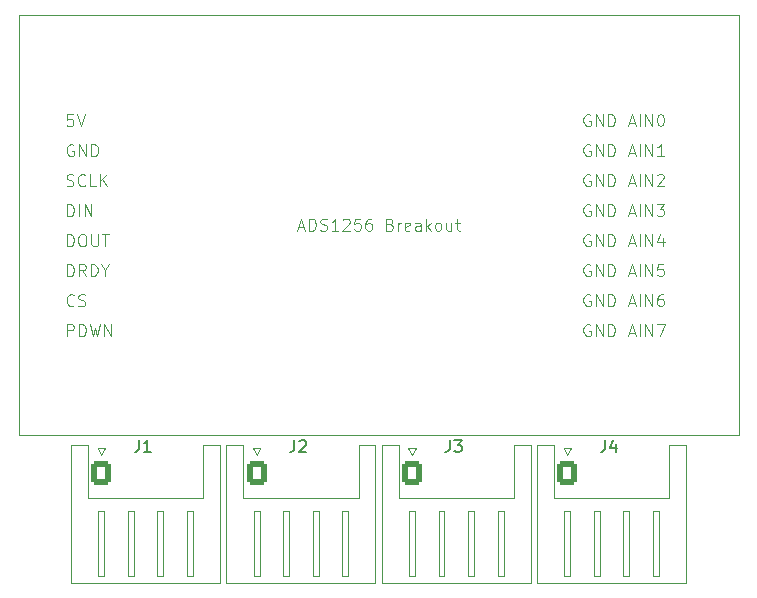
<source format=gbr>
%TF.GenerationSoftware,KiCad,Pcbnew,9.0.0*%
%TF.CreationDate,2025-04-05T00:09:13-04:00*%
%TF.ProjectId,KXR_pi_hat_v0.2,4b58525f-7069-45f6-9861-745f76302e32,rev?*%
%TF.SameCoordinates,Original*%
%TF.FileFunction,Legend,Top*%
%TF.FilePolarity,Positive*%
%FSLAX46Y46*%
G04 Gerber Fmt 4.6, Leading zero omitted, Abs format (unit mm)*
G04 Created by KiCad (PCBNEW 9.0.0) date 2025-04-05 00:09:13*
%MOMM*%
%LPD*%
G01*
G04 APERTURE LIST*
G04 Aperture macros list*
%AMRoundRect*
0 Rectangle with rounded corners*
0 $1 Rounding radius*
0 $2 $3 $4 $5 $6 $7 $8 $9 X,Y pos of 4 corners*
0 Add a 4 corners polygon primitive as box body*
4,1,4,$2,$3,$4,$5,$6,$7,$8,$9,$2,$3,0*
0 Add four circle primitives for the rounded corners*
1,1,$1+$1,$2,$3*
1,1,$1+$1,$4,$5*
1,1,$1+$1,$6,$7*
1,1,$1+$1,$8,$9*
0 Add four rect primitives between the rounded corners*
20,1,$1+$1,$2,$3,$4,$5,0*
20,1,$1+$1,$4,$5,$6,$7,0*
20,1,$1+$1,$6,$7,$8,$9,0*
20,1,$1+$1,$8,$9,$2,$3,0*%
G04 Aperture macros list end*
%ADD10C,0.100000*%
%ADD11C,0.150000*%
%ADD12C,0.120000*%
%ADD13C,5.400000*%
%ADD14R,1.700000X1.700000*%
%ADD15O,1.700000X1.700000*%
%ADD16RoundRect,0.250000X-0.600000X-0.725000X0.600000X-0.725000X0.600000X0.725000X-0.600000X0.725000X0*%
%ADD17O,1.700000X1.950000*%
G04 APERTURE END LIST*
D10*
X85714285Y-95426704D02*
X86190475Y-95426704D01*
X85619047Y-95712419D02*
X85952380Y-94712419D01*
X85952380Y-94712419D02*
X86285713Y-95712419D01*
X86619047Y-95712419D02*
X86619047Y-94712419D01*
X86619047Y-94712419D02*
X86857142Y-94712419D01*
X86857142Y-94712419D02*
X86999999Y-94760038D01*
X86999999Y-94760038D02*
X87095237Y-94855276D01*
X87095237Y-94855276D02*
X87142856Y-94950514D01*
X87142856Y-94950514D02*
X87190475Y-95140990D01*
X87190475Y-95140990D02*
X87190475Y-95283847D01*
X87190475Y-95283847D02*
X87142856Y-95474323D01*
X87142856Y-95474323D02*
X87095237Y-95569561D01*
X87095237Y-95569561D02*
X86999999Y-95664800D01*
X86999999Y-95664800D02*
X86857142Y-95712419D01*
X86857142Y-95712419D02*
X86619047Y-95712419D01*
X87571428Y-95664800D02*
X87714285Y-95712419D01*
X87714285Y-95712419D02*
X87952380Y-95712419D01*
X87952380Y-95712419D02*
X88047618Y-95664800D01*
X88047618Y-95664800D02*
X88095237Y-95617180D01*
X88095237Y-95617180D02*
X88142856Y-95521942D01*
X88142856Y-95521942D02*
X88142856Y-95426704D01*
X88142856Y-95426704D02*
X88095237Y-95331466D01*
X88095237Y-95331466D02*
X88047618Y-95283847D01*
X88047618Y-95283847D02*
X87952380Y-95236228D01*
X87952380Y-95236228D02*
X87761904Y-95188609D01*
X87761904Y-95188609D02*
X87666666Y-95140990D01*
X87666666Y-95140990D02*
X87619047Y-95093371D01*
X87619047Y-95093371D02*
X87571428Y-94998133D01*
X87571428Y-94998133D02*
X87571428Y-94902895D01*
X87571428Y-94902895D02*
X87619047Y-94807657D01*
X87619047Y-94807657D02*
X87666666Y-94760038D01*
X87666666Y-94760038D02*
X87761904Y-94712419D01*
X87761904Y-94712419D02*
X87999999Y-94712419D01*
X87999999Y-94712419D02*
X88142856Y-94760038D01*
X89095237Y-95712419D02*
X88523809Y-95712419D01*
X88809523Y-95712419D02*
X88809523Y-94712419D01*
X88809523Y-94712419D02*
X88714285Y-94855276D01*
X88714285Y-94855276D02*
X88619047Y-94950514D01*
X88619047Y-94950514D02*
X88523809Y-94998133D01*
X89476190Y-94807657D02*
X89523809Y-94760038D01*
X89523809Y-94760038D02*
X89619047Y-94712419D01*
X89619047Y-94712419D02*
X89857142Y-94712419D01*
X89857142Y-94712419D02*
X89952380Y-94760038D01*
X89952380Y-94760038D02*
X89999999Y-94807657D01*
X89999999Y-94807657D02*
X90047618Y-94902895D01*
X90047618Y-94902895D02*
X90047618Y-94998133D01*
X90047618Y-94998133D02*
X89999999Y-95140990D01*
X89999999Y-95140990D02*
X89428571Y-95712419D01*
X89428571Y-95712419D02*
X90047618Y-95712419D01*
X90952380Y-94712419D02*
X90476190Y-94712419D01*
X90476190Y-94712419D02*
X90428571Y-95188609D01*
X90428571Y-95188609D02*
X90476190Y-95140990D01*
X90476190Y-95140990D02*
X90571428Y-95093371D01*
X90571428Y-95093371D02*
X90809523Y-95093371D01*
X90809523Y-95093371D02*
X90904761Y-95140990D01*
X90904761Y-95140990D02*
X90952380Y-95188609D01*
X90952380Y-95188609D02*
X90999999Y-95283847D01*
X90999999Y-95283847D02*
X90999999Y-95521942D01*
X90999999Y-95521942D02*
X90952380Y-95617180D01*
X90952380Y-95617180D02*
X90904761Y-95664800D01*
X90904761Y-95664800D02*
X90809523Y-95712419D01*
X90809523Y-95712419D02*
X90571428Y-95712419D01*
X90571428Y-95712419D02*
X90476190Y-95664800D01*
X90476190Y-95664800D02*
X90428571Y-95617180D01*
X91857142Y-94712419D02*
X91666666Y-94712419D01*
X91666666Y-94712419D02*
X91571428Y-94760038D01*
X91571428Y-94760038D02*
X91523809Y-94807657D01*
X91523809Y-94807657D02*
X91428571Y-94950514D01*
X91428571Y-94950514D02*
X91380952Y-95140990D01*
X91380952Y-95140990D02*
X91380952Y-95521942D01*
X91380952Y-95521942D02*
X91428571Y-95617180D01*
X91428571Y-95617180D02*
X91476190Y-95664800D01*
X91476190Y-95664800D02*
X91571428Y-95712419D01*
X91571428Y-95712419D02*
X91761904Y-95712419D01*
X91761904Y-95712419D02*
X91857142Y-95664800D01*
X91857142Y-95664800D02*
X91904761Y-95617180D01*
X91904761Y-95617180D02*
X91952380Y-95521942D01*
X91952380Y-95521942D02*
X91952380Y-95283847D01*
X91952380Y-95283847D02*
X91904761Y-95188609D01*
X91904761Y-95188609D02*
X91857142Y-95140990D01*
X91857142Y-95140990D02*
X91761904Y-95093371D01*
X91761904Y-95093371D02*
X91571428Y-95093371D01*
X91571428Y-95093371D02*
X91476190Y-95140990D01*
X91476190Y-95140990D02*
X91428571Y-95188609D01*
X91428571Y-95188609D02*
X91380952Y-95283847D01*
X93476190Y-95188609D02*
X93619047Y-95236228D01*
X93619047Y-95236228D02*
X93666666Y-95283847D01*
X93666666Y-95283847D02*
X93714285Y-95379085D01*
X93714285Y-95379085D02*
X93714285Y-95521942D01*
X93714285Y-95521942D02*
X93666666Y-95617180D01*
X93666666Y-95617180D02*
X93619047Y-95664800D01*
X93619047Y-95664800D02*
X93523809Y-95712419D01*
X93523809Y-95712419D02*
X93142857Y-95712419D01*
X93142857Y-95712419D02*
X93142857Y-94712419D01*
X93142857Y-94712419D02*
X93476190Y-94712419D01*
X93476190Y-94712419D02*
X93571428Y-94760038D01*
X93571428Y-94760038D02*
X93619047Y-94807657D01*
X93619047Y-94807657D02*
X93666666Y-94902895D01*
X93666666Y-94902895D02*
X93666666Y-94998133D01*
X93666666Y-94998133D02*
X93619047Y-95093371D01*
X93619047Y-95093371D02*
X93571428Y-95140990D01*
X93571428Y-95140990D02*
X93476190Y-95188609D01*
X93476190Y-95188609D02*
X93142857Y-95188609D01*
X94142857Y-95712419D02*
X94142857Y-95045752D01*
X94142857Y-95236228D02*
X94190476Y-95140990D01*
X94190476Y-95140990D02*
X94238095Y-95093371D01*
X94238095Y-95093371D02*
X94333333Y-95045752D01*
X94333333Y-95045752D02*
X94428571Y-95045752D01*
X95142857Y-95664800D02*
X95047619Y-95712419D01*
X95047619Y-95712419D02*
X94857143Y-95712419D01*
X94857143Y-95712419D02*
X94761905Y-95664800D01*
X94761905Y-95664800D02*
X94714286Y-95569561D01*
X94714286Y-95569561D02*
X94714286Y-95188609D01*
X94714286Y-95188609D02*
X94761905Y-95093371D01*
X94761905Y-95093371D02*
X94857143Y-95045752D01*
X94857143Y-95045752D02*
X95047619Y-95045752D01*
X95047619Y-95045752D02*
X95142857Y-95093371D01*
X95142857Y-95093371D02*
X95190476Y-95188609D01*
X95190476Y-95188609D02*
X95190476Y-95283847D01*
X95190476Y-95283847D02*
X94714286Y-95379085D01*
X96047619Y-95712419D02*
X96047619Y-95188609D01*
X96047619Y-95188609D02*
X96000000Y-95093371D01*
X96000000Y-95093371D02*
X95904762Y-95045752D01*
X95904762Y-95045752D02*
X95714286Y-95045752D01*
X95714286Y-95045752D02*
X95619048Y-95093371D01*
X96047619Y-95664800D02*
X95952381Y-95712419D01*
X95952381Y-95712419D02*
X95714286Y-95712419D01*
X95714286Y-95712419D02*
X95619048Y-95664800D01*
X95619048Y-95664800D02*
X95571429Y-95569561D01*
X95571429Y-95569561D02*
X95571429Y-95474323D01*
X95571429Y-95474323D02*
X95619048Y-95379085D01*
X95619048Y-95379085D02*
X95714286Y-95331466D01*
X95714286Y-95331466D02*
X95952381Y-95331466D01*
X95952381Y-95331466D02*
X96047619Y-95283847D01*
X96523810Y-95712419D02*
X96523810Y-94712419D01*
X96619048Y-95331466D02*
X96904762Y-95712419D01*
X96904762Y-95045752D02*
X96523810Y-95426704D01*
X97476191Y-95712419D02*
X97380953Y-95664800D01*
X97380953Y-95664800D02*
X97333334Y-95617180D01*
X97333334Y-95617180D02*
X97285715Y-95521942D01*
X97285715Y-95521942D02*
X97285715Y-95236228D01*
X97285715Y-95236228D02*
X97333334Y-95140990D01*
X97333334Y-95140990D02*
X97380953Y-95093371D01*
X97380953Y-95093371D02*
X97476191Y-95045752D01*
X97476191Y-95045752D02*
X97619048Y-95045752D01*
X97619048Y-95045752D02*
X97714286Y-95093371D01*
X97714286Y-95093371D02*
X97761905Y-95140990D01*
X97761905Y-95140990D02*
X97809524Y-95236228D01*
X97809524Y-95236228D02*
X97809524Y-95521942D01*
X97809524Y-95521942D02*
X97761905Y-95617180D01*
X97761905Y-95617180D02*
X97714286Y-95664800D01*
X97714286Y-95664800D02*
X97619048Y-95712419D01*
X97619048Y-95712419D02*
X97476191Y-95712419D01*
X98666667Y-95045752D02*
X98666667Y-95712419D01*
X98238096Y-95045752D02*
X98238096Y-95569561D01*
X98238096Y-95569561D02*
X98285715Y-95664800D01*
X98285715Y-95664800D02*
X98380953Y-95712419D01*
X98380953Y-95712419D02*
X98523810Y-95712419D01*
X98523810Y-95712419D02*
X98619048Y-95664800D01*
X98619048Y-95664800D02*
X98666667Y-95617180D01*
X99000001Y-95045752D02*
X99380953Y-95045752D01*
X99142858Y-94712419D02*
X99142858Y-95569561D01*
X99142858Y-95569561D02*
X99190477Y-95664800D01*
X99190477Y-95664800D02*
X99285715Y-95712419D01*
X99285715Y-95712419D02*
X99380953Y-95712419D01*
X113711265Y-104351704D02*
X114187455Y-104351704D01*
X113616027Y-104637419D02*
X113949360Y-103637419D01*
X113949360Y-103637419D02*
X114282693Y-104637419D01*
X114616027Y-104637419D02*
X114616027Y-103637419D01*
X115092217Y-104637419D02*
X115092217Y-103637419D01*
X115092217Y-103637419D02*
X115663645Y-104637419D01*
X115663645Y-104637419D02*
X115663645Y-103637419D01*
X116044598Y-103637419D02*
X116711264Y-103637419D01*
X116711264Y-103637419D02*
X116282693Y-104637419D01*
X66610074Y-85872419D02*
X66133884Y-85872419D01*
X66133884Y-85872419D02*
X66086265Y-86348609D01*
X66086265Y-86348609D02*
X66133884Y-86300990D01*
X66133884Y-86300990D02*
X66229122Y-86253371D01*
X66229122Y-86253371D02*
X66467217Y-86253371D01*
X66467217Y-86253371D02*
X66562455Y-86300990D01*
X66562455Y-86300990D02*
X66610074Y-86348609D01*
X66610074Y-86348609D02*
X66657693Y-86443847D01*
X66657693Y-86443847D02*
X66657693Y-86681942D01*
X66657693Y-86681942D02*
X66610074Y-86777180D01*
X66610074Y-86777180D02*
X66562455Y-86824800D01*
X66562455Y-86824800D02*
X66467217Y-86872419D01*
X66467217Y-86872419D02*
X66229122Y-86872419D01*
X66229122Y-86872419D02*
X66133884Y-86824800D01*
X66133884Y-86824800D02*
X66086265Y-86777180D01*
X66943408Y-85872419D02*
X67276741Y-86872419D01*
X67276741Y-86872419D02*
X67610074Y-85872419D01*
X113711265Y-91651704D02*
X114187455Y-91651704D01*
X113616027Y-91937419D02*
X113949360Y-90937419D01*
X113949360Y-90937419D02*
X114282693Y-91937419D01*
X114616027Y-91937419D02*
X114616027Y-90937419D01*
X115092217Y-91937419D02*
X115092217Y-90937419D01*
X115092217Y-90937419D02*
X115663645Y-91937419D01*
X115663645Y-91937419D02*
X115663645Y-90937419D01*
X116092217Y-91032657D02*
X116139836Y-90985038D01*
X116139836Y-90985038D02*
X116235074Y-90937419D01*
X116235074Y-90937419D02*
X116473169Y-90937419D01*
X116473169Y-90937419D02*
X116568407Y-90985038D01*
X116568407Y-90985038D02*
X116616026Y-91032657D01*
X116616026Y-91032657D02*
X116663645Y-91127895D01*
X116663645Y-91127895D02*
X116663645Y-91223133D01*
X116663645Y-91223133D02*
X116616026Y-91365990D01*
X116616026Y-91365990D02*
X116044598Y-91937419D01*
X116044598Y-91937419D02*
X116663645Y-91937419D01*
X66133884Y-99572419D02*
X66133884Y-98572419D01*
X66133884Y-98572419D02*
X66371979Y-98572419D01*
X66371979Y-98572419D02*
X66514836Y-98620038D01*
X66514836Y-98620038D02*
X66610074Y-98715276D01*
X66610074Y-98715276D02*
X66657693Y-98810514D01*
X66657693Y-98810514D02*
X66705312Y-99000990D01*
X66705312Y-99000990D02*
X66705312Y-99143847D01*
X66705312Y-99143847D02*
X66657693Y-99334323D01*
X66657693Y-99334323D02*
X66610074Y-99429561D01*
X66610074Y-99429561D02*
X66514836Y-99524800D01*
X66514836Y-99524800D02*
X66371979Y-99572419D01*
X66371979Y-99572419D02*
X66133884Y-99572419D01*
X67705312Y-99572419D02*
X67371979Y-99096228D01*
X67133884Y-99572419D02*
X67133884Y-98572419D01*
X67133884Y-98572419D02*
X67514836Y-98572419D01*
X67514836Y-98572419D02*
X67610074Y-98620038D01*
X67610074Y-98620038D02*
X67657693Y-98667657D01*
X67657693Y-98667657D02*
X67705312Y-98762895D01*
X67705312Y-98762895D02*
X67705312Y-98905752D01*
X67705312Y-98905752D02*
X67657693Y-99000990D01*
X67657693Y-99000990D02*
X67610074Y-99048609D01*
X67610074Y-99048609D02*
X67514836Y-99096228D01*
X67514836Y-99096228D02*
X67133884Y-99096228D01*
X68133884Y-99572419D02*
X68133884Y-98572419D01*
X68133884Y-98572419D02*
X68371979Y-98572419D01*
X68371979Y-98572419D02*
X68514836Y-98620038D01*
X68514836Y-98620038D02*
X68610074Y-98715276D01*
X68610074Y-98715276D02*
X68657693Y-98810514D01*
X68657693Y-98810514D02*
X68705312Y-99000990D01*
X68705312Y-99000990D02*
X68705312Y-99143847D01*
X68705312Y-99143847D02*
X68657693Y-99334323D01*
X68657693Y-99334323D02*
X68610074Y-99429561D01*
X68610074Y-99429561D02*
X68514836Y-99524800D01*
X68514836Y-99524800D02*
X68371979Y-99572419D01*
X68371979Y-99572419D02*
X68133884Y-99572419D01*
X69324360Y-99096228D02*
X69324360Y-99572419D01*
X68991027Y-98572419D02*
X69324360Y-99096228D01*
X69324360Y-99096228D02*
X69657693Y-98572419D01*
X113711265Y-94191704D02*
X114187455Y-94191704D01*
X113616027Y-94477419D02*
X113949360Y-93477419D01*
X113949360Y-93477419D02*
X114282693Y-94477419D01*
X114616027Y-94477419D02*
X114616027Y-93477419D01*
X115092217Y-94477419D02*
X115092217Y-93477419D01*
X115092217Y-93477419D02*
X115663645Y-94477419D01*
X115663645Y-94477419D02*
X115663645Y-93477419D01*
X116044598Y-93477419D02*
X116663645Y-93477419D01*
X116663645Y-93477419D02*
X116330312Y-93858371D01*
X116330312Y-93858371D02*
X116473169Y-93858371D01*
X116473169Y-93858371D02*
X116568407Y-93905990D01*
X116568407Y-93905990D02*
X116616026Y-93953609D01*
X116616026Y-93953609D02*
X116663645Y-94048847D01*
X116663645Y-94048847D02*
X116663645Y-94286942D01*
X116663645Y-94286942D02*
X116616026Y-94382180D01*
X116616026Y-94382180D02*
X116568407Y-94429800D01*
X116568407Y-94429800D02*
X116473169Y-94477419D01*
X116473169Y-94477419D02*
X116187455Y-94477419D01*
X116187455Y-94477419D02*
X116092217Y-94429800D01*
X116092217Y-94429800D02*
X116044598Y-94382180D01*
X113711265Y-96731704D02*
X114187455Y-96731704D01*
X113616027Y-97017419D02*
X113949360Y-96017419D01*
X113949360Y-96017419D02*
X114282693Y-97017419D01*
X114616027Y-97017419D02*
X114616027Y-96017419D01*
X115092217Y-97017419D02*
X115092217Y-96017419D01*
X115092217Y-96017419D02*
X115663645Y-97017419D01*
X115663645Y-97017419D02*
X115663645Y-96017419D01*
X116568407Y-96350752D02*
X116568407Y-97017419D01*
X116330312Y-95969800D02*
X116092217Y-96684085D01*
X116092217Y-96684085D02*
X116711264Y-96684085D01*
X110412693Y-85920038D02*
X110317455Y-85872419D01*
X110317455Y-85872419D02*
X110174598Y-85872419D01*
X110174598Y-85872419D02*
X110031741Y-85920038D01*
X110031741Y-85920038D02*
X109936503Y-86015276D01*
X109936503Y-86015276D02*
X109888884Y-86110514D01*
X109888884Y-86110514D02*
X109841265Y-86300990D01*
X109841265Y-86300990D02*
X109841265Y-86443847D01*
X109841265Y-86443847D02*
X109888884Y-86634323D01*
X109888884Y-86634323D02*
X109936503Y-86729561D01*
X109936503Y-86729561D02*
X110031741Y-86824800D01*
X110031741Y-86824800D02*
X110174598Y-86872419D01*
X110174598Y-86872419D02*
X110269836Y-86872419D01*
X110269836Y-86872419D02*
X110412693Y-86824800D01*
X110412693Y-86824800D02*
X110460312Y-86777180D01*
X110460312Y-86777180D02*
X110460312Y-86443847D01*
X110460312Y-86443847D02*
X110269836Y-86443847D01*
X110888884Y-86872419D02*
X110888884Y-85872419D01*
X110888884Y-85872419D02*
X111460312Y-86872419D01*
X111460312Y-86872419D02*
X111460312Y-85872419D01*
X111936503Y-86872419D02*
X111936503Y-85872419D01*
X111936503Y-85872419D02*
X112174598Y-85872419D01*
X112174598Y-85872419D02*
X112317455Y-85920038D01*
X112317455Y-85920038D02*
X112412693Y-86015276D01*
X112412693Y-86015276D02*
X112460312Y-86110514D01*
X112460312Y-86110514D02*
X112507931Y-86300990D01*
X112507931Y-86300990D02*
X112507931Y-86443847D01*
X112507931Y-86443847D02*
X112460312Y-86634323D01*
X112460312Y-86634323D02*
X112412693Y-86729561D01*
X112412693Y-86729561D02*
X112317455Y-86824800D01*
X112317455Y-86824800D02*
X112174598Y-86872419D01*
X112174598Y-86872419D02*
X111936503Y-86872419D01*
X113711265Y-101811704D02*
X114187455Y-101811704D01*
X113616027Y-102097419D02*
X113949360Y-101097419D01*
X113949360Y-101097419D02*
X114282693Y-102097419D01*
X114616027Y-102097419D02*
X114616027Y-101097419D01*
X115092217Y-102097419D02*
X115092217Y-101097419D01*
X115092217Y-101097419D02*
X115663645Y-102097419D01*
X115663645Y-102097419D02*
X115663645Y-101097419D01*
X116568407Y-101097419D02*
X116377931Y-101097419D01*
X116377931Y-101097419D02*
X116282693Y-101145038D01*
X116282693Y-101145038D02*
X116235074Y-101192657D01*
X116235074Y-101192657D02*
X116139836Y-101335514D01*
X116139836Y-101335514D02*
X116092217Y-101525990D01*
X116092217Y-101525990D02*
X116092217Y-101906942D01*
X116092217Y-101906942D02*
X116139836Y-102002180D01*
X116139836Y-102002180D02*
X116187455Y-102049800D01*
X116187455Y-102049800D02*
X116282693Y-102097419D01*
X116282693Y-102097419D02*
X116473169Y-102097419D01*
X116473169Y-102097419D02*
X116568407Y-102049800D01*
X116568407Y-102049800D02*
X116616026Y-102002180D01*
X116616026Y-102002180D02*
X116663645Y-101906942D01*
X116663645Y-101906942D02*
X116663645Y-101668847D01*
X116663645Y-101668847D02*
X116616026Y-101573609D01*
X116616026Y-101573609D02*
X116568407Y-101525990D01*
X116568407Y-101525990D02*
X116473169Y-101478371D01*
X116473169Y-101478371D02*
X116282693Y-101478371D01*
X116282693Y-101478371D02*
X116187455Y-101525990D01*
X116187455Y-101525990D02*
X116139836Y-101573609D01*
X116139836Y-101573609D02*
X116092217Y-101668847D01*
X66086265Y-91904800D02*
X66229122Y-91952419D01*
X66229122Y-91952419D02*
X66467217Y-91952419D01*
X66467217Y-91952419D02*
X66562455Y-91904800D01*
X66562455Y-91904800D02*
X66610074Y-91857180D01*
X66610074Y-91857180D02*
X66657693Y-91761942D01*
X66657693Y-91761942D02*
X66657693Y-91666704D01*
X66657693Y-91666704D02*
X66610074Y-91571466D01*
X66610074Y-91571466D02*
X66562455Y-91523847D01*
X66562455Y-91523847D02*
X66467217Y-91476228D01*
X66467217Y-91476228D02*
X66276741Y-91428609D01*
X66276741Y-91428609D02*
X66181503Y-91380990D01*
X66181503Y-91380990D02*
X66133884Y-91333371D01*
X66133884Y-91333371D02*
X66086265Y-91238133D01*
X66086265Y-91238133D02*
X66086265Y-91142895D01*
X66086265Y-91142895D02*
X66133884Y-91047657D01*
X66133884Y-91047657D02*
X66181503Y-91000038D01*
X66181503Y-91000038D02*
X66276741Y-90952419D01*
X66276741Y-90952419D02*
X66514836Y-90952419D01*
X66514836Y-90952419D02*
X66657693Y-91000038D01*
X67657693Y-91857180D02*
X67610074Y-91904800D01*
X67610074Y-91904800D02*
X67467217Y-91952419D01*
X67467217Y-91952419D02*
X67371979Y-91952419D01*
X67371979Y-91952419D02*
X67229122Y-91904800D01*
X67229122Y-91904800D02*
X67133884Y-91809561D01*
X67133884Y-91809561D02*
X67086265Y-91714323D01*
X67086265Y-91714323D02*
X67038646Y-91523847D01*
X67038646Y-91523847D02*
X67038646Y-91380990D01*
X67038646Y-91380990D02*
X67086265Y-91190514D01*
X67086265Y-91190514D02*
X67133884Y-91095276D01*
X67133884Y-91095276D02*
X67229122Y-91000038D01*
X67229122Y-91000038D02*
X67371979Y-90952419D01*
X67371979Y-90952419D02*
X67467217Y-90952419D01*
X67467217Y-90952419D02*
X67610074Y-91000038D01*
X67610074Y-91000038D02*
X67657693Y-91047657D01*
X68562455Y-91952419D02*
X68086265Y-91952419D01*
X68086265Y-91952419D02*
X68086265Y-90952419D01*
X68895789Y-91952419D02*
X68895789Y-90952419D01*
X69467217Y-91952419D02*
X69038646Y-91380990D01*
X69467217Y-90952419D02*
X68895789Y-91523847D01*
X110412693Y-101160038D02*
X110317455Y-101112419D01*
X110317455Y-101112419D02*
X110174598Y-101112419D01*
X110174598Y-101112419D02*
X110031741Y-101160038D01*
X110031741Y-101160038D02*
X109936503Y-101255276D01*
X109936503Y-101255276D02*
X109888884Y-101350514D01*
X109888884Y-101350514D02*
X109841265Y-101540990D01*
X109841265Y-101540990D02*
X109841265Y-101683847D01*
X109841265Y-101683847D02*
X109888884Y-101874323D01*
X109888884Y-101874323D02*
X109936503Y-101969561D01*
X109936503Y-101969561D02*
X110031741Y-102064800D01*
X110031741Y-102064800D02*
X110174598Y-102112419D01*
X110174598Y-102112419D02*
X110269836Y-102112419D01*
X110269836Y-102112419D02*
X110412693Y-102064800D01*
X110412693Y-102064800D02*
X110460312Y-102017180D01*
X110460312Y-102017180D02*
X110460312Y-101683847D01*
X110460312Y-101683847D02*
X110269836Y-101683847D01*
X110888884Y-102112419D02*
X110888884Y-101112419D01*
X110888884Y-101112419D02*
X111460312Y-102112419D01*
X111460312Y-102112419D02*
X111460312Y-101112419D01*
X111936503Y-102112419D02*
X111936503Y-101112419D01*
X111936503Y-101112419D02*
X112174598Y-101112419D01*
X112174598Y-101112419D02*
X112317455Y-101160038D01*
X112317455Y-101160038D02*
X112412693Y-101255276D01*
X112412693Y-101255276D02*
X112460312Y-101350514D01*
X112460312Y-101350514D02*
X112507931Y-101540990D01*
X112507931Y-101540990D02*
X112507931Y-101683847D01*
X112507931Y-101683847D02*
X112460312Y-101874323D01*
X112460312Y-101874323D02*
X112412693Y-101969561D01*
X112412693Y-101969561D02*
X112317455Y-102064800D01*
X112317455Y-102064800D02*
X112174598Y-102112419D01*
X112174598Y-102112419D02*
X111936503Y-102112419D01*
X66657693Y-88460038D02*
X66562455Y-88412419D01*
X66562455Y-88412419D02*
X66419598Y-88412419D01*
X66419598Y-88412419D02*
X66276741Y-88460038D01*
X66276741Y-88460038D02*
X66181503Y-88555276D01*
X66181503Y-88555276D02*
X66133884Y-88650514D01*
X66133884Y-88650514D02*
X66086265Y-88840990D01*
X66086265Y-88840990D02*
X66086265Y-88983847D01*
X66086265Y-88983847D02*
X66133884Y-89174323D01*
X66133884Y-89174323D02*
X66181503Y-89269561D01*
X66181503Y-89269561D02*
X66276741Y-89364800D01*
X66276741Y-89364800D02*
X66419598Y-89412419D01*
X66419598Y-89412419D02*
X66514836Y-89412419D01*
X66514836Y-89412419D02*
X66657693Y-89364800D01*
X66657693Y-89364800D02*
X66705312Y-89317180D01*
X66705312Y-89317180D02*
X66705312Y-88983847D01*
X66705312Y-88983847D02*
X66514836Y-88983847D01*
X67133884Y-89412419D02*
X67133884Y-88412419D01*
X67133884Y-88412419D02*
X67705312Y-89412419D01*
X67705312Y-89412419D02*
X67705312Y-88412419D01*
X68181503Y-89412419D02*
X68181503Y-88412419D01*
X68181503Y-88412419D02*
X68419598Y-88412419D01*
X68419598Y-88412419D02*
X68562455Y-88460038D01*
X68562455Y-88460038D02*
X68657693Y-88555276D01*
X68657693Y-88555276D02*
X68705312Y-88650514D01*
X68705312Y-88650514D02*
X68752931Y-88840990D01*
X68752931Y-88840990D02*
X68752931Y-88983847D01*
X68752931Y-88983847D02*
X68705312Y-89174323D01*
X68705312Y-89174323D02*
X68657693Y-89269561D01*
X68657693Y-89269561D02*
X68562455Y-89364800D01*
X68562455Y-89364800D02*
X68419598Y-89412419D01*
X68419598Y-89412419D02*
X68181503Y-89412419D01*
X110412693Y-91000038D02*
X110317455Y-90952419D01*
X110317455Y-90952419D02*
X110174598Y-90952419D01*
X110174598Y-90952419D02*
X110031741Y-91000038D01*
X110031741Y-91000038D02*
X109936503Y-91095276D01*
X109936503Y-91095276D02*
X109888884Y-91190514D01*
X109888884Y-91190514D02*
X109841265Y-91380990D01*
X109841265Y-91380990D02*
X109841265Y-91523847D01*
X109841265Y-91523847D02*
X109888884Y-91714323D01*
X109888884Y-91714323D02*
X109936503Y-91809561D01*
X109936503Y-91809561D02*
X110031741Y-91904800D01*
X110031741Y-91904800D02*
X110174598Y-91952419D01*
X110174598Y-91952419D02*
X110269836Y-91952419D01*
X110269836Y-91952419D02*
X110412693Y-91904800D01*
X110412693Y-91904800D02*
X110460312Y-91857180D01*
X110460312Y-91857180D02*
X110460312Y-91523847D01*
X110460312Y-91523847D02*
X110269836Y-91523847D01*
X110888884Y-91952419D02*
X110888884Y-90952419D01*
X110888884Y-90952419D02*
X111460312Y-91952419D01*
X111460312Y-91952419D02*
X111460312Y-90952419D01*
X111936503Y-91952419D02*
X111936503Y-90952419D01*
X111936503Y-90952419D02*
X112174598Y-90952419D01*
X112174598Y-90952419D02*
X112317455Y-91000038D01*
X112317455Y-91000038D02*
X112412693Y-91095276D01*
X112412693Y-91095276D02*
X112460312Y-91190514D01*
X112460312Y-91190514D02*
X112507931Y-91380990D01*
X112507931Y-91380990D02*
X112507931Y-91523847D01*
X112507931Y-91523847D02*
X112460312Y-91714323D01*
X112460312Y-91714323D02*
X112412693Y-91809561D01*
X112412693Y-91809561D02*
X112317455Y-91904800D01*
X112317455Y-91904800D02*
X112174598Y-91952419D01*
X112174598Y-91952419D02*
X111936503Y-91952419D01*
X110412693Y-88460038D02*
X110317455Y-88412419D01*
X110317455Y-88412419D02*
X110174598Y-88412419D01*
X110174598Y-88412419D02*
X110031741Y-88460038D01*
X110031741Y-88460038D02*
X109936503Y-88555276D01*
X109936503Y-88555276D02*
X109888884Y-88650514D01*
X109888884Y-88650514D02*
X109841265Y-88840990D01*
X109841265Y-88840990D02*
X109841265Y-88983847D01*
X109841265Y-88983847D02*
X109888884Y-89174323D01*
X109888884Y-89174323D02*
X109936503Y-89269561D01*
X109936503Y-89269561D02*
X110031741Y-89364800D01*
X110031741Y-89364800D02*
X110174598Y-89412419D01*
X110174598Y-89412419D02*
X110269836Y-89412419D01*
X110269836Y-89412419D02*
X110412693Y-89364800D01*
X110412693Y-89364800D02*
X110460312Y-89317180D01*
X110460312Y-89317180D02*
X110460312Y-88983847D01*
X110460312Y-88983847D02*
X110269836Y-88983847D01*
X110888884Y-89412419D02*
X110888884Y-88412419D01*
X110888884Y-88412419D02*
X111460312Y-89412419D01*
X111460312Y-89412419D02*
X111460312Y-88412419D01*
X111936503Y-89412419D02*
X111936503Y-88412419D01*
X111936503Y-88412419D02*
X112174598Y-88412419D01*
X112174598Y-88412419D02*
X112317455Y-88460038D01*
X112317455Y-88460038D02*
X112412693Y-88555276D01*
X112412693Y-88555276D02*
X112460312Y-88650514D01*
X112460312Y-88650514D02*
X112507931Y-88840990D01*
X112507931Y-88840990D02*
X112507931Y-88983847D01*
X112507931Y-88983847D02*
X112460312Y-89174323D01*
X112460312Y-89174323D02*
X112412693Y-89269561D01*
X112412693Y-89269561D02*
X112317455Y-89364800D01*
X112317455Y-89364800D02*
X112174598Y-89412419D01*
X112174598Y-89412419D02*
X111936503Y-89412419D01*
X110412693Y-96080038D02*
X110317455Y-96032419D01*
X110317455Y-96032419D02*
X110174598Y-96032419D01*
X110174598Y-96032419D02*
X110031741Y-96080038D01*
X110031741Y-96080038D02*
X109936503Y-96175276D01*
X109936503Y-96175276D02*
X109888884Y-96270514D01*
X109888884Y-96270514D02*
X109841265Y-96460990D01*
X109841265Y-96460990D02*
X109841265Y-96603847D01*
X109841265Y-96603847D02*
X109888884Y-96794323D01*
X109888884Y-96794323D02*
X109936503Y-96889561D01*
X109936503Y-96889561D02*
X110031741Y-96984800D01*
X110031741Y-96984800D02*
X110174598Y-97032419D01*
X110174598Y-97032419D02*
X110269836Y-97032419D01*
X110269836Y-97032419D02*
X110412693Y-96984800D01*
X110412693Y-96984800D02*
X110460312Y-96937180D01*
X110460312Y-96937180D02*
X110460312Y-96603847D01*
X110460312Y-96603847D02*
X110269836Y-96603847D01*
X110888884Y-97032419D02*
X110888884Y-96032419D01*
X110888884Y-96032419D02*
X111460312Y-97032419D01*
X111460312Y-97032419D02*
X111460312Y-96032419D01*
X111936503Y-97032419D02*
X111936503Y-96032419D01*
X111936503Y-96032419D02*
X112174598Y-96032419D01*
X112174598Y-96032419D02*
X112317455Y-96080038D01*
X112317455Y-96080038D02*
X112412693Y-96175276D01*
X112412693Y-96175276D02*
X112460312Y-96270514D01*
X112460312Y-96270514D02*
X112507931Y-96460990D01*
X112507931Y-96460990D02*
X112507931Y-96603847D01*
X112507931Y-96603847D02*
X112460312Y-96794323D01*
X112460312Y-96794323D02*
X112412693Y-96889561D01*
X112412693Y-96889561D02*
X112317455Y-96984800D01*
X112317455Y-96984800D02*
X112174598Y-97032419D01*
X112174598Y-97032419D02*
X111936503Y-97032419D01*
X110412693Y-93540038D02*
X110317455Y-93492419D01*
X110317455Y-93492419D02*
X110174598Y-93492419D01*
X110174598Y-93492419D02*
X110031741Y-93540038D01*
X110031741Y-93540038D02*
X109936503Y-93635276D01*
X109936503Y-93635276D02*
X109888884Y-93730514D01*
X109888884Y-93730514D02*
X109841265Y-93920990D01*
X109841265Y-93920990D02*
X109841265Y-94063847D01*
X109841265Y-94063847D02*
X109888884Y-94254323D01*
X109888884Y-94254323D02*
X109936503Y-94349561D01*
X109936503Y-94349561D02*
X110031741Y-94444800D01*
X110031741Y-94444800D02*
X110174598Y-94492419D01*
X110174598Y-94492419D02*
X110269836Y-94492419D01*
X110269836Y-94492419D02*
X110412693Y-94444800D01*
X110412693Y-94444800D02*
X110460312Y-94397180D01*
X110460312Y-94397180D02*
X110460312Y-94063847D01*
X110460312Y-94063847D02*
X110269836Y-94063847D01*
X110888884Y-94492419D02*
X110888884Y-93492419D01*
X110888884Y-93492419D02*
X111460312Y-94492419D01*
X111460312Y-94492419D02*
X111460312Y-93492419D01*
X111936503Y-94492419D02*
X111936503Y-93492419D01*
X111936503Y-93492419D02*
X112174598Y-93492419D01*
X112174598Y-93492419D02*
X112317455Y-93540038D01*
X112317455Y-93540038D02*
X112412693Y-93635276D01*
X112412693Y-93635276D02*
X112460312Y-93730514D01*
X112460312Y-93730514D02*
X112507931Y-93920990D01*
X112507931Y-93920990D02*
X112507931Y-94063847D01*
X112507931Y-94063847D02*
X112460312Y-94254323D01*
X112460312Y-94254323D02*
X112412693Y-94349561D01*
X112412693Y-94349561D02*
X112317455Y-94444800D01*
X112317455Y-94444800D02*
X112174598Y-94492419D01*
X112174598Y-94492419D02*
X111936503Y-94492419D01*
X110412693Y-98620038D02*
X110317455Y-98572419D01*
X110317455Y-98572419D02*
X110174598Y-98572419D01*
X110174598Y-98572419D02*
X110031741Y-98620038D01*
X110031741Y-98620038D02*
X109936503Y-98715276D01*
X109936503Y-98715276D02*
X109888884Y-98810514D01*
X109888884Y-98810514D02*
X109841265Y-99000990D01*
X109841265Y-99000990D02*
X109841265Y-99143847D01*
X109841265Y-99143847D02*
X109888884Y-99334323D01*
X109888884Y-99334323D02*
X109936503Y-99429561D01*
X109936503Y-99429561D02*
X110031741Y-99524800D01*
X110031741Y-99524800D02*
X110174598Y-99572419D01*
X110174598Y-99572419D02*
X110269836Y-99572419D01*
X110269836Y-99572419D02*
X110412693Y-99524800D01*
X110412693Y-99524800D02*
X110460312Y-99477180D01*
X110460312Y-99477180D02*
X110460312Y-99143847D01*
X110460312Y-99143847D02*
X110269836Y-99143847D01*
X110888884Y-99572419D02*
X110888884Y-98572419D01*
X110888884Y-98572419D02*
X111460312Y-99572419D01*
X111460312Y-99572419D02*
X111460312Y-98572419D01*
X111936503Y-99572419D02*
X111936503Y-98572419D01*
X111936503Y-98572419D02*
X112174598Y-98572419D01*
X112174598Y-98572419D02*
X112317455Y-98620038D01*
X112317455Y-98620038D02*
X112412693Y-98715276D01*
X112412693Y-98715276D02*
X112460312Y-98810514D01*
X112460312Y-98810514D02*
X112507931Y-99000990D01*
X112507931Y-99000990D02*
X112507931Y-99143847D01*
X112507931Y-99143847D02*
X112460312Y-99334323D01*
X112460312Y-99334323D02*
X112412693Y-99429561D01*
X112412693Y-99429561D02*
X112317455Y-99524800D01*
X112317455Y-99524800D02*
X112174598Y-99572419D01*
X112174598Y-99572419D02*
X111936503Y-99572419D01*
X110412693Y-103700038D02*
X110317455Y-103652419D01*
X110317455Y-103652419D02*
X110174598Y-103652419D01*
X110174598Y-103652419D02*
X110031741Y-103700038D01*
X110031741Y-103700038D02*
X109936503Y-103795276D01*
X109936503Y-103795276D02*
X109888884Y-103890514D01*
X109888884Y-103890514D02*
X109841265Y-104080990D01*
X109841265Y-104080990D02*
X109841265Y-104223847D01*
X109841265Y-104223847D02*
X109888884Y-104414323D01*
X109888884Y-104414323D02*
X109936503Y-104509561D01*
X109936503Y-104509561D02*
X110031741Y-104604800D01*
X110031741Y-104604800D02*
X110174598Y-104652419D01*
X110174598Y-104652419D02*
X110269836Y-104652419D01*
X110269836Y-104652419D02*
X110412693Y-104604800D01*
X110412693Y-104604800D02*
X110460312Y-104557180D01*
X110460312Y-104557180D02*
X110460312Y-104223847D01*
X110460312Y-104223847D02*
X110269836Y-104223847D01*
X110888884Y-104652419D02*
X110888884Y-103652419D01*
X110888884Y-103652419D02*
X111460312Y-104652419D01*
X111460312Y-104652419D02*
X111460312Y-103652419D01*
X111936503Y-104652419D02*
X111936503Y-103652419D01*
X111936503Y-103652419D02*
X112174598Y-103652419D01*
X112174598Y-103652419D02*
X112317455Y-103700038D01*
X112317455Y-103700038D02*
X112412693Y-103795276D01*
X112412693Y-103795276D02*
X112460312Y-103890514D01*
X112460312Y-103890514D02*
X112507931Y-104080990D01*
X112507931Y-104080990D02*
X112507931Y-104223847D01*
X112507931Y-104223847D02*
X112460312Y-104414323D01*
X112460312Y-104414323D02*
X112412693Y-104509561D01*
X112412693Y-104509561D02*
X112317455Y-104604800D01*
X112317455Y-104604800D02*
X112174598Y-104652419D01*
X112174598Y-104652419D02*
X111936503Y-104652419D01*
X113711265Y-99271704D02*
X114187455Y-99271704D01*
X113616027Y-99557419D02*
X113949360Y-98557419D01*
X113949360Y-98557419D02*
X114282693Y-99557419D01*
X114616027Y-99557419D02*
X114616027Y-98557419D01*
X115092217Y-99557419D02*
X115092217Y-98557419D01*
X115092217Y-98557419D02*
X115663645Y-99557419D01*
X115663645Y-99557419D02*
X115663645Y-98557419D01*
X116616026Y-98557419D02*
X116139836Y-98557419D01*
X116139836Y-98557419D02*
X116092217Y-99033609D01*
X116092217Y-99033609D02*
X116139836Y-98985990D01*
X116139836Y-98985990D02*
X116235074Y-98938371D01*
X116235074Y-98938371D02*
X116473169Y-98938371D01*
X116473169Y-98938371D02*
X116568407Y-98985990D01*
X116568407Y-98985990D02*
X116616026Y-99033609D01*
X116616026Y-99033609D02*
X116663645Y-99128847D01*
X116663645Y-99128847D02*
X116663645Y-99366942D01*
X116663645Y-99366942D02*
X116616026Y-99462180D01*
X116616026Y-99462180D02*
X116568407Y-99509800D01*
X116568407Y-99509800D02*
X116473169Y-99557419D01*
X116473169Y-99557419D02*
X116235074Y-99557419D01*
X116235074Y-99557419D02*
X116139836Y-99509800D01*
X116139836Y-99509800D02*
X116092217Y-99462180D01*
X113711265Y-86571704D02*
X114187455Y-86571704D01*
X113616027Y-86857419D02*
X113949360Y-85857419D01*
X113949360Y-85857419D02*
X114282693Y-86857419D01*
X114616027Y-86857419D02*
X114616027Y-85857419D01*
X115092217Y-86857419D02*
X115092217Y-85857419D01*
X115092217Y-85857419D02*
X115663645Y-86857419D01*
X115663645Y-86857419D02*
X115663645Y-85857419D01*
X116330312Y-85857419D02*
X116425550Y-85857419D01*
X116425550Y-85857419D02*
X116520788Y-85905038D01*
X116520788Y-85905038D02*
X116568407Y-85952657D01*
X116568407Y-85952657D02*
X116616026Y-86047895D01*
X116616026Y-86047895D02*
X116663645Y-86238371D01*
X116663645Y-86238371D02*
X116663645Y-86476466D01*
X116663645Y-86476466D02*
X116616026Y-86666942D01*
X116616026Y-86666942D02*
X116568407Y-86762180D01*
X116568407Y-86762180D02*
X116520788Y-86809800D01*
X116520788Y-86809800D02*
X116425550Y-86857419D01*
X116425550Y-86857419D02*
X116330312Y-86857419D01*
X116330312Y-86857419D02*
X116235074Y-86809800D01*
X116235074Y-86809800D02*
X116187455Y-86762180D01*
X116187455Y-86762180D02*
X116139836Y-86666942D01*
X116139836Y-86666942D02*
X116092217Y-86476466D01*
X116092217Y-86476466D02*
X116092217Y-86238371D01*
X116092217Y-86238371D02*
X116139836Y-86047895D01*
X116139836Y-86047895D02*
X116187455Y-85952657D01*
X116187455Y-85952657D02*
X116235074Y-85905038D01*
X116235074Y-85905038D02*
X116330312Y-85857419D01*
X113711265Y-89111704D02*
X114187455Y-89111704D01*
X113616027Y-89397419D02*
X113949360Y-88397419D01*
X113949360Y-88397419D02*
X114282693Y-89397419D01*
X114616027Y-89397419D02*
X114616027Y-88397419D01*
X115092217Y-89397419D02*
X115092217Y-88397419D01*
X115092217Y-88397419D02*
X115663645Y-89397419D01*
X115663645Y-89397419D02*
X115663645Y-88397419D01*
X116663645Y-89397419D02*
X116092217Y-89397419D01*
X116377931Y-89397419D02*
X116377931Y-88397419D01*
X116377931Y-88397419D02*
X116282693Y-88540276D01*
X116282693Y-88540276D02*
X116187455Y-88635514D01*
X116187455Y-88635514D02*
X116092217Y-88683133D01*
X66705312Y-102017180D02*
X66657693Y-102064800D01*
X66657693Y-102064800D02*
X66514836Y-102112419D01*
X66514836Y-102112419D02*
X66419598Y-102112419D01*
X66419598Y-102112419D02*
X66276741Y-102064800D01*
X66276741Y-102064800D02*
X66181503Y-101969561D01*
X66181503Y-101969561D02*
X66133884Y-101874323D01*
X66133884Y-101874323D02*
X66086265Y-101683847D01*
X66086265Y-101683847D02*
X66086265Y-101540990D01*
X66086265Y-101540990D02*
X66133884Y-101350514D01*
X66133884Y-101350514D02*
X66181503Y-101255276D01*
X66181503Y-101255276D02*
X66276741Y-101160038D01*
X66276741Y-101160038D02*
X66419598Y-101112419D01*
X66419598Y-101112419D02*
X66514836Y-101112419D01*
X66514836Y-101112419D02*
X66657693Y-101160038D01*
X66657693Y-101160038D02*
X66705312Y-101207657D01*
X67086265Y-102064800D02*
X67229122Y-102112419D01*
X67229122Y-102112419D02*
X67467217Y-102112419D01*
X67467217Y-102112419D02*
X67562455Y-102064800D01*
X67562455Y-102064800D02*
X67610074Y-102017180D01*
X67610074Y-102017180D02*
X67657693Y-101921942D01*
X67657693Y-101921942D02*
X67657693Y-101826704D01*
X67657693Y-101826704D02*
X67610074Y-101731466D01*
X67610074Y-101731466D02*
X67562455Y-101683847D01*
X67562455Y-101683847D02*
X67467217Y-101636228D01*
X67467217Y-101636228D02*
X67276741Y-101588609D01*
X67276741Y-101588609D02*
X67181503Y-101540990D01*
X67181503Y-101540990D02*
X67133884Y-101493371D01*
X67133884Y-101493371D02*
X67086265Y-101398133D01*
X67086265Y-101398133D02*
X67086265Y-101302895D01*
X67086265Y-101302895D02*
X67133884Y-101207657D01*
X67133884Y-101207657D02*
X67181503Y-101160038D01*
X67181503Y-101160038D02*
X67276741Y-101112419D01*
X67276741Y-101112419D02*
X67514836Y-101112419D01*
X67514836Y-101112419D02*
X67657693Y-101160038D01*
X66133884Y-104652419D02*
X66133884Y-103652419D01*
X66133884Y-103652419D02*
X66514836Y-103652419D01*
X66514836Y-103652419D02*
X66610074Y-103700038D01*
X66610074Y-103700038D02*
X66657693Y-103747657D01*
X66657693Y-103747657D02*
X66705312Y-103842895D01*
X66705312Y-103842895D02*
X66705312Y-103985752D01*
X66705312Y-103985752D02*
X66657693Y-104080990D01*
X66657693Y-104080990D02*
X66610074Y-104128609D01*
X66610074Y-104128609D02*
X66514836Y-104176228D01*
X66514836Y-104176228D02*
X66133884Y-104176228D01*
X67133884Y-104652419D02*
X67133884Y-103652419D01*
X67133884Y-103652419D02*
X67371979Y-103652419D01*
X67371979Y-103652419D02*
X67514836Y-103700038D01*
X67514836Y-103700038D02*
X67610074Y-103795276D01*
X67610074Y-103795276D02*
X67657693Y-103890514D01*
X67657693Y-103890514D02*
X67705312Y-104080990D01*
X67705312Y-104080990D02*
X67705312Y-104223847D01*
X67705312Y-104223847D02*
X67657693Y-104414323D01*
X67657693Y-104414323D02*
X67610074Y-104509561D01*
X67610074Y-104509561D02*
X67514836Y-104604800D01*
X67514836Y-104604800D02*
X67371979Y-104652419D01*
X67371979Y-104652419D02*
X67133884Y-104652419D01*
X68038646Y-103652419D02*
X68276741Y-104652419D01*
X68276741Y-104652419D02*
X68467217Y-103938133D01*
X68467217Y-103938133D02*
X68657693Y-104652419D01*
X68657693Y-104652419D02*
X68895789Y-103652419D01*
X69276741Y-104652419D02*
X69276741Y-103652419D01*
X69276741Y-103652419D02*
X69848169Y-104652419D01*
X69848169Y-104652419D02*
X69848169Y-103652419D01*
X66133884Y-94492419D02*
X66133884Y-93492419D01*
X66133884Y-93492419D02*
X66371979Y-93492419D01*
X66371979Y-93492419D02*
X66514836Y-93540038D01*
X66514836Y-93540038D02*
X66610074Y-93635276D01*
X66610074Y-93635276D02*
X66657693Y-93730514D01*
X66657693Y-93730514D02*
X66705312Y-93920990D01*
X66705312Y-93920990D02*
X66705312Y-94063847D01*
X66705312Y-94063847D02*
X66657693Y-94254323D01*
X66657693Y-94254323D02*
X66610074Y-94349561D01*
X66610074Y-94349561D02*
X66514836Y-94444800D01*
X66514836Y-94444800D02*
X66371979Y-94492419D01*
X66371979Y-94492419D02*
X66133884Y-94492419D01*
X67133884Y-94492419D02*
X67133884Y-93492419D01*
X67610074Y-94492419D02*
X67610074Y-93492419D01*
X67610074Y-93492419D02*
X68181502Y-94492419D01*
X68181502Y-94492419D02*
X68181502Y-93492419D01*
X66133884Y-97032419D02*
X66133884Y-96032419D01*
X66133884Y-96032419D02*
X66371979Y-96032419D01*
X66371979Y-96032419D02*
X66514836Y-96080038D01*
X66514836Y-96080038D02*
X66610074Y-96175276D01*
X66610074Y-96175276D02*
X66657693Y-96270514D01*
X66657693Y-96270514D02*
X66705312Y-96460990D01*
X66705312Y-96460990D02*
X66705312Y-96603847D01*
X66705312Y-96603847D02*
X66657693Y-96794323D01*
X66657693Y-96794323D02*
X66610074Y-96889561D01*
X66610074Y-96889561D02*
X66514836Y-96984800D01*
X66514836Y-96984800D02*
X66371979Y-97032419D01*
X66371979Y-97032419D02*
X66133884Y-97032419D01*
X67324360Y-96032419D02*
X67514836Y-96032419D01*
X67514836Y-96032419D02*
X67610074Y-96080038D01*
X67610074Y-96080038D02*
X67705312Y-96175276D01*
X67705312Y-96175276D02*
X67752931Y-96365752D01*
X67752931Y-96365752D02*
X67752931Y-96699085D01*
X67752931Y-96699085D02*
X67705312Y-96889561D01*
X67705312Y-96889561D02*
X67610074Y-96984800D01*
X67610074Y-96984800D02*
X67514836Y-97032419D01*
X67514836Y-97032419D02*
X67324360Y-97032419D01*
X67324360Y-97032419D02*
X67229122Y-96984800D01*
X67229122Y-96984800D02*
X67133884Y-96889561D01*
X67133884Y-96889561D02*
X67086265Y-96699085D01*
X67086265Y-96699085D02*
X67086265Y-96365752D01*
X67086265Y-96365752D02*
X67133884Y-96175276D01*
X67133884Y-96175276D02*
X67229122Y-96080038D01*
X67229122Y-96080038D02*
X67324360Y-96032419D01*
X68181503Y-96032419D02*
X68181503Y-96841942D01*
X68181503Y-96841942D02*
X68229122Y-96937180D01*
X68229122Y-96937180D02*
X68276741Y-96984800D01*
X68276741Y-96984800D02*
X68371979Y-97032419D01*
X68371979Y-97032419D02*
X68562455Y-97032419D01*
X68562455Y-97032419D02*
X68657693Y-96984800D01*
X68657693Y-96984800D02*
X68705312Y-96937180D01*
X68705312Y-96937180D02*
X68752931Y-96841942D01*
X68752931Y-96841942D02*
X68752931Y-96032419D01*
X69086265Y-96032419D02*
X69657693Y-96032419D01*
X69371979Y-97032419D02*
X69371979Y-96032419D01*
D11*
X72216666Y-113454819D02*
X72216666Y-114169104D01*
X72216666Y-114169104D02*
X72169047Y-114311961D01*
X72169047Y-114311961D02*
X72073809Y-114407200D01*
X72073809Y-114407200D02*
X71930952Y-114454819D01*
X71930952Y-114454819D02*
X71835714Y-114454819D01*
X73216666Y-114454819D02*
X72645238Y-114454819D01*
X72930952Y-114454819D02*
X72930952Y-113454819D01*
X72930952Y-113454819D02*
X72835714Y-113597676D01*
X72835714Y-113597676D02*
X72740476Y-113692914D01*
X72740476Y-113692914D02*
X72645238Y-113740533D01*
X111666666Y-113454819D02*
X111666666Y-114169104D01*
X111666666Y-114169104D02*
X111619047Y-114311961D01*
X111619047Y-114311961D02*
X111523809Y-114407200D01*
X111523809Y-114407200D02*
X111380952Y-114454819D01*
X111380952Y-114454819D02*
X111285714Y-114454819D01*
X112571428Y-113788152D02*
X112571428Y-114454819D01*
X112333333Y-113407200D02*
X112095238Y-114121485D01*
X112095238Y-114121485D02*
X112714285Y-114121485D01*
X85366666Y-113454819D02*
X85366666Y-114169104D01*
X85366666Y-114169104D02*
X85319047Y-114311961D01*
X85319047Y-114311961D02*
X85223809Y-114407200D01*
X85223809Y-114407200D02*
X85080952Y-114454819D01*
X85080952Y-114454819D02*
X84985714Y-114454819D01*
X85795238Y-113550057D02*
X85842857Y-113502438D01*
X85842857Y-113502438D02*
X85938095Y-113454819D01*
X85938095Y-113454819D02*
X86176190Y-113454819D01*
X86176190Y-113454819D02*
X86271428Y-113502438D01*
X86271428Y-113502438D02*
X86319047Y-113550057D01*
X86319047Y-113550057D02*
X86366666Y-113645295D01*
X86366666Y-113645295D02*
X86366666Y-113740533D01*
X86366666Y-113740533D02*
X86319047Y-113883390D01*
X86319047Y-113883390D02*
X85747619Y-114454819D01*
X85747619Y-114454819D02*
X86366666Y-114454819D01*
X98516666Y-113454819D02*
X98516666Y-114169104D01*
X98516666Y-114169104D02*
X98469047Y-114311961D01*
X98469047Y-114311961D02*
X98373809Y-114407200D01*
X98373809Y-114407200D02*
X98230952Y-114454819D01*
X98230952Y-114454819D02*
X98135714Y-114454819D01*
X98897619Y-113454819D02*
X99516666Y-113454819D01*
X99516666Y-113454819D02*
X99183333Y-113835771D01*
X99183333Y-113835771D02*
X99326190Y-113835771D01*
X99326190Y-113835771D02*
X99421428Y-113883390D01*
X99421428Y-113883390D02*
X99469047Y-113931009D01*
X99469047Y-113931009D02*
X99516666Y-114026247D01*
X99516666Y-114026247D02*
X99516666Y-114264342D01*
X99516666Y-114264342D02*
X99469047Y-114359580D01*
X99469047Y-114359580D02*
X99421428Y-114407200D01*
X99421428Y-114407200D02*
X99326190Y-114454819D01*
X99326190Y-114454819D02*
X99040476Y-114454819D01*
X99040476Y-114454819D02*
X98945238Y-114407200D01*
X98945238Y-114407200D02*
X98897619Y-114359580D01*
%TO.C,ADS1256 Breakout*%
D10*
X62020000Y-77475000D02*
X122980000Y-77475000D01*
X122980000Y-113035000D01*
X62020000Y-113035000D01*
X62020000Y-77475000D01*
D12*
%TO.C,J1*%
X66465000Y-113840000D02*
X67885000Y-113840000D01*
X66465000Y-125560000D02*
X66465000Y-113840000D01*
X67885000Y-113840000D02*
X67885000Y-118340000D01*
X67885000Y-118340000D02*
X72775000Y-118340000D01*
X68725000Y-114150000D02*
X69325000Y-114150000D01*
X68775000Y-119450000D02*
X68775000Y-124950000D01*
X68775000Y-124950000D02*
X69275000Y-124950000D01*
X69025000Y-114750000D02*
X68725000Y-114150000D01*
X69275000Y-119450000D02*
X68775000Y-119450000D01*
X69275000Y-124950000D02*
X69275000Y-119450000D01*
X69325000Y-114150000D02*
X69025000Y-114750000D01*
X71275000Y-119450000D02*
X71275000Y-124950000D01*
X71275000Y-124950000D02*
X71775000Y-124950000D01*
X71775000Y-119450000D02*
X71275000Y-119450000D01*
X71775000Y-124950000D02*
X71775000Y-119450000D01*
X72775000Y-125560000D02*
X66465000Y-125560000D01*
X72775000Y-125560000D02*
X79085000Y-125560000D01*
X73775000Y-119450000D02*
X73775000Y-124950000D01*
X73775000Y-124950000D02*
X74275000Y-124950000D01*
X74275000Y-119450000D02*
X73775000Y-119450000D01*
X74275000Y-124950000D02*
X74275000Y-119450000D01*
X76275000Y-119450000D02*
X76275000Y-124950000D01*
X76275000Y-124950000D02*
X76775000Y-124950000D01*
X76775000Y-119450000D02*
X76275000Y-119450000D01*
X76775000Y-124950000D02*
X76775000Y-119450000D01*
X77665000Y-113840000D02*
X77665000Y-118340000D01*
X77665000Y-118340000D02*
X72775000Y-118340000D01*
X79085000Y-113840000D02*
X77665000Y-113840000D01*
X79085000Y-125560000D02*
X79085000Y-113840000D01*
%TO.C,J4*%
X105915000Y-113840000D02*
X107335000Y-113840000D01*
X105915000Y-125560000D02*
X105915000Y-113840000D01*
X107335000Y-113840000D02*
X107335000Y-118340000D01*
X107335000Y-118340000D02*
X112225000Y-118340000D01*
X108175000Y-114150000D02*
X108775000Y-114150000D01*
X108225000Y-119450000D02*
X108225000Y-124950000D01*
X108225000Y-124950000D02*
X108725000Y-124950000D01*
X108475000Y-114750000D02*
X108175000Y-114150000D01*
X108725000Y-119450000D02*
X108225000Y-119450000D01*
X108725000Y-124950000D02*
X108725000Y-119450000D01*
X108775000Y-114150000D02*
X108475000Y-114750000D01*
X110725000Y-119450000D02*
X110725000Y-124950000D01*
X110725000Y-124950000D02*
X111225000Y-124950000D01*
X111225000Y-119450000D02*
X110725000Y-119450000D01*
X111225000Y-124950000D02*
X111225000Y-119450000D01*
X112225000Y-125560000D02*
X105915000Y-125560000D01*
X112225000Y-125560000D02*
X118535000Y-125560000D01*
X113225000Y-119450000D02*
X113225000Y-124950000D01*
X113225000Y-124950000D02*
X113725000Y-124950000D01*
X113725000Y-119450000D02*
X113225000Y-119450000D01*
X113725000Y-124950000D02*
X113725000Y-119450000D01*
X115725000Y-119450000D02*
X115725000Y-124950000D01*
X115725000Y-124950000D02*
X116225000Y-124950000D01*
X116225000Y-119450000D02*
X115725000Y-119450000D01*
X116225000Y-124950000D02*
X116225000Y-119450000D01*
X117115000Y-113840000D02*
X117115000Y-118340000D01*
X117115000Y-118340000D02*
X112225000Y-118340000D01*
X118535000Y-113840000D02*
X117115000Y-113840000D01*
X118535000Y-125560000D02*
X118535000Y-113840000D01*
%TO.C,J2*%
X79615000Y-113840000D02*
X81035000Y-113840000D01*
X79615000Y-125560000D02*
X79615000Y-113840000D01*
X81035000Y-113840000D02*
X81035000Y-118340000D01*
X81035000Y-118340000D02*
X85925000Y-118340000D01*
X81875000Y-114150000D02*
X82475000Y-114150000D01*
X81925000Y-119450000D02*
X81925000Y-124950000D01*
X81925000Y-124950000D02*
X82425000Y-124950000D01*
X82175000Y-114750000D02*
X81875000Y-114150000D01*
X82425000Y-119450000D02*
X81925000Y-119450000D01*
X82425000Y-124950000D02*
X82425000Y-119450000D01*
X82475000Y-114150000D02*
X82175000Y-114750000D01*
X84425000Y-119450000D02*
X84425000Y-124950000D01*
X84425000Y-124950000D02*
X84925000Y-124950000D01*
X84925000Y-119450000D02*
X84425000Y-119450000D01*
X84925000Y-124950000D02*
X84925000Y-119450000D01*
X85925000Y-125560000D02*
X79615000Y-125560000D01*
X85925000Y-125560000D02*
X92235000Y-125560000D01*
X86925000Y-119450000D02*
X86925000Y-124950000D01*
X86925000Y-124950000D02*
X87425000Y-124950000D01*
X87425000Y-119450000D02*
X86925000Y-119450000D01*
X87425000Y-124950000D02*
X87425000Y-119450000D01*
X89425000Y-119450000D02*
X89425000Y-124950000D01*
X89425000Y-124950000D02*
X89925000Y-124950000D01*
X89925000Y-119450000D02*
X89425000Y-119450000D01*
X89925000Y-124950000D02*
X89925000Y-119450000D01*
X90815000Y-113840000D02*
X90815000Y-118340000D01*
X90815000Y-118340000D02*
X85925000Y-118340000D01*
X92235000Y-113840000D02*
X90815000Y-113840000D01*
X92235000Y-125560000D02*
X92235000Y-113840000D01*
%TO.C,J3*%
X92765000Y-113840000D02*
X94185000Y-113840000D01*
X92765000Y-125560000D02*
X92765000Y-113840000D01*
X94185000Y-113840000D02*
X94185000Y-118340000D01*
X94185000Y-118340000D02*
X99075000Y-118340000D01*
X95025000Y-114150000D02*
X95625000Y-114150000D01*
X95075000Y-119450000D02*
X95075000Y-124950000D01*
X95075000Y-124950000D02*
X95575000Y-124950000D01*
X95325000Y-114750000D02*
X95025000Y-114150000D01*
X95575000Y-119450000D02*
X95075000Y-119450000D01*
X95575000Y-124950000D02*
X95575000Y-119450000D01*
X95625000Y-114150000D02*
X95325000Y-114750000D01*
X97575000Y-119450000D02*
X97575000Y-124950000D01*
X97575000Y-124950000D02*
X98075000Y-124950000D01*
X98075000Y-119450000D02*
X97575000Y-119450000D01*
X98075000Y-124950000D02*
X98075000Y-119450000D01*
X99075000Y-125560000D02*
X92765000Y-125560000D01*
X99075000Y-125560000D02*
X105385000Y-125560000D01*
X100075000Y-119450000D02*
X100075000Y-124950000D01*
X100075000Y-124950000D02*
X100575000Y-124950000D01*
X100575000Y-119450000D02*
X100075000Y-119450000D01*
X100575000Y-124950000D02*
X100575000Y-119450000D01*
X102575000Y-119450000D02*
X102575000Y-124950000D01*
X102575000Y-124950000D02*
X103075000Y-124950000D01*
X103075000Y-119450000D02*
X102575000Y-119450000D01*
X103075000Y-124950000D02*
X103075000Y-119450000D01*
X103965000Y-113840000D02*
X103965000Y-118340000D01*
X103965000Y-118340000D02*
X99075000Y-118340000D01*
X105385000Y-113840000D02*
X103965000Y-113840000D01*
X105385000Y-125560000D02*
X105385000Y-113840000D01*
%TD*%
%LPC*%
D13*
%TO.C,REF\u002A\u002A*%
X121500000Y-73500000D03*
%TD*%
D14*
%TO.C,ADS1256 Breakout*%
X63925000Y-86365000D03*
D15*
X63925000Y-88905000D03*
X63925000Y-91445000D03*
X63925000Y-93985000D03*
X63925000Y-96525000D03*
X63925000Y-99065000D03*
X63925000Y-101605000D03*
X63925000Y-104145000D03*
X118535000Y-86380000D03*
X121075000Y-86380000D03*
X118535000Y-88920000D03*
X121075000Y-88920000D03*
X118535000Y-91460000D03*
X121075000Y-91460000D03*
X118535000Y-94000000D03*
X121075000Y-94000000D03*
X118535000Y-96540000D03*
X121075000Y-96540000D03*
X118535000Y-99080000D03*
X121075000Y-99080000D03*
X118535000Y-101620000D03*
X121075000Y-101620000D03*
X118535000Y-104160000D03*
X121075000Y-104160000D03*
%TD*%
D16*
%TO.C,J1*%
X69025000Y-116250000D03*
D17*
X71525000Y-116250000D03*
X74025000Y-116250000D03*
X76525000Y-116250000D03*
%TD*%
D13*
%TO.C,REF\u002A\u002A*%
X63500000Y-73500000D03*
%TD*%
D16*
%TO.C,J4*%
X108475000Y-116250000D03*
D17*
X110975000Y-116250000D03*
X113475000Y-116250000D03*
X115975000Y-116250000D03*
%TD*%
D13*
%TO.C,REF\u002A\u002A*%
X63500000Y-122500000D03*
%TD*%
%TO.C,REF\u002A\u002A*%
X121500000Y-122500000D03*
%TD*%
D16*
%TO.C,J2*%
X82175000Y-116250000D03*
D17*
X84675000Y-116250000D03*
X87175000Y-116250000D03*
X89675000Y-116250000D03*
%TD*%
D16*
%TO.C,J3*%
X95325000Y-116250000D03*
D17*
X97825000Y-116250000D03*
X100325000Y-116250000D03*
X102825000Y-116250000D03*
%TD*%
D14*
%TO.C,U1*%
X68365000Y-74770000D03*
D15*
X68365000Y-72230000D03*
X70905000Y-74770000D03*
X70905000Y-72230000D03*
X73445000Y-74770000D03*
X73445000Y-72230000D03*
X75985000Y-74770000D03*
X75985000Y-72230000D03*
X78525000Y-74770000D03*
X78525000Y-72230000D03*
X81065000Y-74770000D03*
X81065000Y-72230000D03*
X83605000Y-74770000D03*
X83605000Y-72230000D03*
X86145000Y-74770000D03*
X86145000Y-72230000D03*
X88685000Y-74770000D03*
X88685000Y-72230000D03*
X91225000Y-74770000D03*
X91225000Y-72230000D03*
X93765000Y-74770000D03*
X93765000Y-72230000D03*
X96305000Y-74770000D03*
X96305000Y-72230000D03*
X98845000Y-74770000D03*
X98845000Y-72230000D03*
X101385000Y-74770000D03*
X101385000Y-72230000D03*
X103925000Y-74770000D03*
X103925000Y-72230000D03*
X106465000Y-74770000D03*
X106465000Y-72230000D03*
X109005000Y-74770000D03*
X109005000Y-72230000D03*
X111545000Y-74770000D03*
X111545000Y-72230000D03*
X114085000Y-74770000D03*
X114085000Y-72230000D03*
X116625000Y-74770000D03*
X116625000Y-72230000D03*
%TD*%
%LPD*%
M02*

</source>
